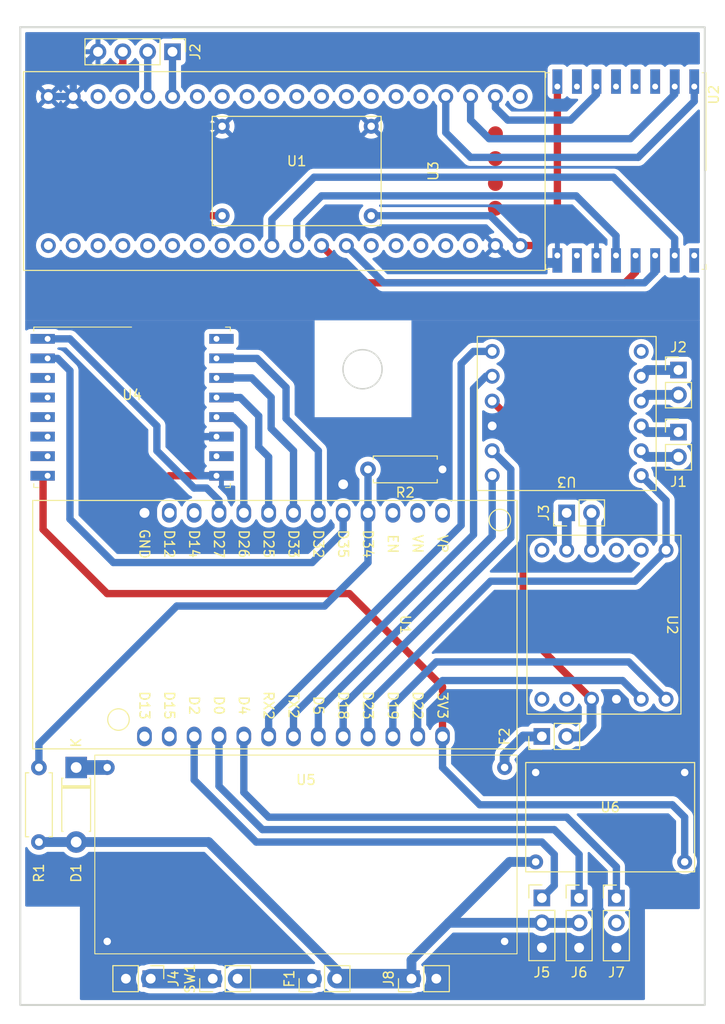
<source format=kicad_pcb>
(kicad_pcb (version 20221018) (generator pcbnew)
  (layers (0 "F.Cu" signal) (31 "B.Cu" signal) (34 "B.Paste" user) (35 "F.Paste" user) (36 "B.SilkS" user "B.Silkscreen") (37 "F.SilkS" user "F.Silkscreen") (38 "B.Mask" user) (39 "F.Mask" user) (44 "Edge.Cuts" user))
  (net 0 "")
  (net 1 "Net-(J3-Pin_1)")
  (net 2 "Net-(J3-Pin_2)")
  (net 3 "/SERVO 1")
  (net 4 "/+BATT SW")
  (net 5 "GND")
  (net 6 "/SERVO 2")
  (net 7 "/ESC")
  (net 8 "+BATT")
  (net 9 "+3V3")
  (net 10 "/M B1")
  (net 11 "/M B2")
  (net 12 "/M C1")
  (net 13 "/M C2")
  (net 14 "/NSS")
  (net 15 "/SCK")
  (net 16 "/MISO")
  (net 17 "/MOSI")
  (net 18 "/INTER")
  (net 19 "/RESET")
  (net 20 "/M A1")
  (net 21 "/M A2")
  (net 23 "+10V")
  (net 25 "Net-(D1-K)")
  (net 26 "Net-(F1-Pad1)")
  (net 27 "Net-(U5-OUT)")
  (net 28 "/SLEEP")
  (net 29 "/TDI")
  (net 30 "/TMS")
  (net 31 "/TCK")
  (net 45 "/TDO")
  (net 47 "Net-(J1-Pin_1)")
  (net 48 "Net-(J1-Pin_2)")
  (net 49 "Net-(J2-Pin_1)")
  (net 50 "Net-(J2-Pin_2)")
  (net 52 "/BAT READ")
  (footprint "Connector_PinHeader_2.54mm:PinHeader_1x03_P2.54mm_Vertical" (layer "F.Cu") (at 181.61 136.525)
    (fp_text reference "J5" (at 0 7.62) (layer "F.SilkS"))
    (fp_text value "Servo")
    (pad "1" thru_hole rect (at 0 0) (size 1.7 1.7) (drill 1) (layers "*.Cu" "*.Mask") (net 3 "/SERVO 1"))
    (pad "2" thru_hole oval (at 0 2.54) (size 1.7 1.7) (drill 1) (layers "*.Cu" "*.Mask") (net 4 "/+BATT SW"))
    (pad "3" thru_hole oval (at 0 5.08) (size 1.7 1.7) (drill 1) (layers "*.Cu" "*.Mask") (net 5 "GND"))
  )
  (footprint "Connector_PinHeader_2.54mm:PinHeader_1x02_P2.54mm_Vertical" (layer "F.Cu") (at 181.605 120.015 90)
    (fp_text reference "F2" (at 0 -3.805 90) (layer "F.SilkS"))
    (fp_text value "Fuse 15A")
    (pad "1" thru_hole rect (at 0 0 90) (size 1.7 1.7) (drill 1) (layers "*.Cu" "*.Mask") (net 27 "Net-(U5-OUT)"))
    (pad "2" thru_hole oval (at 0 2.54 90) (size 1.7 1.7) (drill 1) (layers "*.Cu" "*.Mask") (net 23 "+10V"))
  )
  (footprint "Connector_PinHeader_2.54mm:PinHeader_1x03_P2.54mm_Vertical" (layer "F.Cu") (at 185.42 136.54)
    (fp_text reference "J6" (at 0 7.605) (layer "F.SilkS"))
    (fp_text value "Servo")
    (pad "1" thru_hole rect (at 0 0) (size 1.7 1.7) (drill 1) (layers "*.Cu" "*.Mask") (net 6 "/SERVO 2"))
    (pad "2" thru_hole oval (at 0 2.54) (size 1.7 1.7) (drill 1) (layers "*.Cu" "*.Mask") (net 4 "/+BATT SW"))
    (pad "3" thru_hole oval (at 0 5.08) (size 1.7 1.7) (drill 1) (layers "*.Cu" "*.Mask") (net 5 "GND"))
  )
  (footprint "Diode_THT:D_DO-41_SOD81_P7.62mm_Horizontal" (layer "F.Cu") (at 133.985 123.19 -90)
    (fp_text reference "D1" (at 10.795 0 -90) (layer "F.SilkS"))
    (fp_text value "1N4007")
    (fp_text user "K" (at -2.54 0 -90) (layer "F.SilkS"))
    (pad "1" thru_hole rect (at 0 0 270) (size 2.2 2.2) (drill 1.1) (layers "*.Cu" "*.Mask") (net 25 "Net-(D1-K)"))
    (pad "2" thru_hole oval (at 7.62 0 270) (size 2.2 2.2) (drill 1.1) (layers "*.Cu" "*.Mask") (net 4 "/+BATT SW"))
  )
  (footprint "Connector_PinHeader_2.54mm:PinHeader_1x02_P2.54mm_Vertical" (layer "F.Cu") (at 147.95 144.78 90)
    (fp_text reference "SW1" (at 0 -2.33 90) (layer "F.SilkS"))
    (fp_text value "MAIN_CUTOFF")
    (pad "1" thru_hole rect (at 0 0 90) (size 1.7 1.7) (drill 1) (layers "*.Cu" "*.Mask") (net 8 "+BATT"))
    (pad "2" thru_hole oval (at 0 2.54 90) (size 1.7 1.7) (drill 1) (layers "*.Cu" "*.Mask") (net 26 "Net-(F1-Pad1)"))
  )
  (footprint "Resistor_THT:R_Axial_DIN0207_L6.3mm_D2.5mm_P7.62mm_Horizontal" (layer "F.Cu") (at 171.45 92.71 180)
    (fp_text reference "R2" (at 3.81 -2.37) (layer "F.SilkS"))
    (fp_text value "10k Ohm")
    (pad "1" thru_hole circle (at 0 0 180) (size 1.6 1.6) (drill 0.8) (layers "*.Cu" "*.Mask") (net 5 "GND"))
    (pad "2" thru_hole oval (at 7.62 0 180) (size 1.6 1.6) (drill 0.8) (layers "*.Cu" "*.Mask") (net 52 "/BAT READ"))
  )
  (footprint "Connector_PinHeader_2.54mm:PinHeader_1x02_P2.54mm_Vertical" (layer "F.Cu") (at 184.145 97.155 90)
    (fp_text reference "J3" (at 0 -2.33 90) (layer "F.SilkS"))
    (fp_text value "Motor_C")
    (pad "1" thru_hole rect (at 0 0 90) (size 1.7 1.7) (drill 1) (layers "*.Cu" "*.Mask") (net 1 "Net-(J3-Pin_1)"))
    (pad "2" thru_hole oval (at 0 2.54 90) (size 1.7 1.7) (drill 1) (layers "*.Cu" "*.Mask") (net 2 "Net-(J3-Pin_2)"))
  )
  (footprint "Resistor_THT:R_Axial_DIN0207_L6.3mm_D2.5mm_P7.62mm_Horizontal" (layer "F.Cu") (at 130.175 123.19 -90)
    (fp_text reference "R1" (at 10.795 0 90) (layer "F.SilkS"))
    (fp_text value "150k Ohm")
    (pad "1" thru_hole circle (at 0 0 270) (size 1.6 1.6) (drill 0.8) (layers "*.Cu" "*.Mask") (net 52 "/BAT READ"))
    (pad "2" thru_hole oval (at 7.62 0 270) (size 1.6 1.6) (drill 0.8) (layers "*.Cu" "*.Mask") (net 4 "/+BATT SW"))
  )
  (footprint "My_Library:XL60019 Boost Module" (layer "F.Cu") (at 157.48 132.08)
    (fp_text reference "U5" (at 0 -7.62 unlocked) (layer "F.SilkS"))
    (fp_text value "XL60019_Boost_Module")
    (pad "1" thru_hole circle (at -20.32 8.89) (size 1.524 1.524) (drill 0.762) (layers "*.Cu" "*.Mask") (net 5 "GND"))
    (pad "2" thru_hole circle (at -20.32 -8.89) (size 1.524 1.524) (drill 0.762) (layers "*.Cu" "*.Mask") (net 25 "Net-(D1-K)"))
    (pad "3" thru_hole circle (at 20.32 8.89) (size 1.524 1.524) (drill 0.762) (layers "*.Cu" "*.Mask") (net 5 "GND"))
    (pad "4" thru_hole circle (at 20.32 -8.89) (size 1.524 1.524) (drill 0.762) (layers "*.Cu" "*.Mask") (net 27 "Net-(U5-OUT)"))
  )
  (footprint "My_Library:HOPERF_RFM69HW" (layer "F.Cu") (at 139.7 86.36)
    (fp_text reference "U4" (at 0 -1.27) (layer "F.SilkS"))
    (fp_text value "RFM69HW")
    (pad "1" thru_hole rect (at -8.636 -7) (size 2.5 1) (drill 0.6 (offset -0.508 0)) (layers "*.Cu" "*.Mask") (net 19 "/RESET"))
    (pad "2" thru_hole rect (at -8.636 -5) (size 2.5 1) (drill 0.6 (offset -0.508 0)) (layers "*.Cu" "*.Mask") (net 18 "/INTER"))
    (pad "3" thru_hole rect (at -8.636 -3) (size 2.5 1) (drill 0.6 (offset -0.508 0)) (layers "*.Cu" "*.Mask"))
    (pad "4" thru_hole rect (at -8.636 -1) (size 2.5 1) (drill 0.6 (offset -0.508 0)) (layers "*.Cu" "*.Mask"))
    (pad "5" thru_hole rect (at -8.636 1) (size 2.5 1) (drill 0.6 (offset -0.508 0)) (layers "*.Cu" "*.Mask"))
    (pad "6" thru_hole rect (at -8.636 3) (size 2.5 1) (drill 0.6 (offset -0.508 0)) (layers "*.Cu" "*.Mask"))
    (pad "7" thru_hole rect (at -8.636 5) (size 2.5 1) (drill 0.6 (offset -0.508 0)) (layers "*.Cu" "*.Mask"))
    (pad "8" thru_hole rect (at -8.636 7) (size 2.5 1) (drill 0.6 (offset -0.508 0)) (layers "*.Cu" "*.Mask") (net 9 "+3V3"))
    (pad "9" thru_hole rect (at 8.636 7 180) (size 2.5 1) (drill 0.6 (offset -0.508 0)) (layers "*.Cu" "*.Mask") (net 5 "GND"))
    (pad "10" thru_hole rect (at 8.636 5 180) (size 2.5 1) (drill 0.6 (offset -0.508 0)) (layers "*.Cu" "*.Mask"))
    (pad "11" thru_hole rect (at 8.636 3 180) (size 2.5 1) (drill 0.6 (offset -0.508 0)) (layers "*.Cu" "*.Mask") (net 5 "GND"))
    (pad "12" thru_hole rect (at 8.636 1 180) (size 2.5 1) (drill 0.6 (offset -0.508 0)) (layers "*.Cu" "*.Mask") (net 15 "/SCK"))
    (pad "13" thru_hole rect (at 8.636 -1 180) (size 2.5 1) (drill 0.6 (offset -0.508 0)) (layers "*.Cu" "*.Mask") (net 16 "/MISO"))
    (pad "14" thru_hole rect (at 8.636 -3 180) (size 2.5 1) (drill 0.6 (offset -0.508 0)) (layers "*.Cu" "*.Mask") (net 17 "/MOSI"))
    (pad "15" thru_hole rect (at 8.636 -5 180) (size 2.5 1) (drill 0.6 (offset -0.508 0)) (layers "*.Cu" "*.Mask") (net 14 "/NSS"))
    (pad "16" thru_hole rect (at 8.636 -7 180) (size 2.5 1) (drill 0.6 (offset -0.508 0)) (layers "*.Cu" "*.Mask"))
  )
  (footprint "My_Library:blue_pill" (layer "F.Cu") (at 154 62.202 90)
    (fp_text reference "U3" (at 0 16.51 90) (layer "F.SilkS"))
    (fp_text value "BP")
    (pad "3V3" thru_hole circle (at -7.62 25.4 90) (size 1.524 1.524) (drill 0.9) (layers "*.Cu" "*.Mask") (net 9 "+3V3"))
    (pad "3V3" smd circle (at -3.81 22.86 90) (size 1.524 1.524) (layers "F.Cu" "F.Paste" "F.Mask") (net 9 "+3V3"))
    (pad "3V3" smd circle (at 1.27 -10.16 90) (size 1.524 1.524) (layers "F.Cu" "F.Paste" "F.Mask") (net 9 "+3V3"))
    (pad "3V3" smd circle (at 3.81 -10.16 90) (size 1.524 1.524) (layers "F.Cu" "F.Paste" "F.Mask") (net 9 "+3V3"))
    (pad "3V3" thru_hole circle (at 7.62 -17.78 90) (size 1.524 1.524) (drill 0.9) (layers "*.Cu" "*.Mask") (net 9 "+3V3"))
    (pad "5V" thru_hole circle (at -7.62 20.32 90) (size 1.524 1.524) (drill 0.9) (layers "*.Cu" "*.Mask"))
    (pad "BOOT" smd circle (at 3.81 -12.7 90) (size 1.524 1.524) (layers "F.Cu" "F.Paste" "F.Mask"))
    (pad "G" thru_hole circle (at -7.62 22.86 90) (size 1.524 1.524) (drill 0.9) (layers "*.Cu" "*.Mask") (net 5 "GND"))
    (pad "G" smd circle (at 1.27 -15.24 90) (size 1.524 1.524) (layers "F.Cu" "F.Paste" "F.Mask") (net 5 "GND"))
    (pad "G" smd circle (at 3.81 -15.24 90) (size 1.524 1.524) (layers "F.Cu" "F.Paste" "F.Mask") (net 5 "GND"))
    (pad "G" smd circle (at 3.81 22.86 90) (size 1.524 1.524) (layers "F.Cu" "F.Paste" "F.Mask") (net 5 "GND"))
    (pad "G" thru_hole circle (at 7.62 -22.86 90) (size 1.524 1.524) (drill 0.9) (layers "*.Cu" "*.Mask") (net 5 "GND"))
    (pad "G" thru_hole circle (at 7.62 -20.32 90) (size 1.524 1.524) (drill 0.9) (layers "*.Cu" "*.Mask") (net 5 "GND"))
    (pad "NRST" thru_hole circle (at 7.62 -15.24 90) (size 1.524 1.524) (drill 0.9) (layers "*.Cu" "*.Mask"))
    (pad "PA0" thru_hole circle (at 7.62 15.24 90) (size 1.524 1.524) (drill 0.9) (layers "*.Cu" "*.Mask"))
    (pad "PA1" thru_hole circle (at 7.62 12.7 90) (size 1.524 1.524) (drill 0.9) (layers "*.Cu" "*.Mask"))
    (pad "PA2" thru_hole circle (at 7.62 10.16 90) (size 1.524 1.524) (drill 0.9) (layers "*.Cu" "*.Mask"))
    (pad "PA3" thru_hole circle (at 7.62 7.62 90) (size 1.524 1.524) (drill 0.9) (layers "*.Cu" "*.Mask"))
    (pad "PA4" thru_hole circle (at 7.62 5.08 90) (size 1.524 1.524) (drill 0.9) (layers "*.Cu" "*.Mask"))
    (pad "PA5" thru_hole circle (at 7.62 2.54 90) (size 1.524 1.524) (drill 0.9) (layers "*.Cu" "*.Mask"))
    (pad "PA6" thru_hole circle (at 7.62 0 90) (size 1.524 1.524) (drill 0.9) (layers "*.Cu" "*.Mask"))
    (pad "PA7" thru_hole circle (at 7.62 -2.54 90) (size 1.524 1.524) (drill 0.9) (layers "*.Cu" "*.Mask"))
    (pad "PA8" thru_hole circle (at -7.62 -12.7 90) (size 1.524 1.524) (drill 0.9) (layers "*.Cu" "*.Mask"))
    (pad "PA9" thru_hole circle (at -7.62 -10.16 90) (size 1.524 1.524) (drill 0.9) (layers "*.Cu" "*.Mask"))
    (pad "PA10" thru_hole circle (at -7.62 -7.62 90) (size 1.524 1.524) (drill 0.9) (layers "*.Cu" "*.Mask"))
    (pad "PA11" thru_hole circle (at -7.62 -5.08 90) (size 1.524 1.524) (drill 0.9) (layers "*.Cu" "*.Mask"))
    (pad "PA12" thru_hole circle (at -7.62 -2.54 90) (size 1.524 1.524) (drill 0.9) (layers "*.Cu" "*.Mask"))
    (pad "PA15" thru_hole circle (at -7.62 0 90) (size 1.524 1.524) (drill 0.9) (layers "*.Cu" "*.Mask") (net 14 "/NSS"))
    (pad "PB0" thru_hole circle (at 7.62 -5.08 90) (size 1.524 1.524) (drill 0.9) (layers "*.Cu" "*.Mask"))
    (pad "PB1" thru_hole circle (at 7.62 -7.62 90) (size 1.524 1.524) (drill 0.9) (layers "*.Cu" "*.Mask"))
    (pad "PB2" smd circle (at 1.27 -12.7 90) (size 1.524 1.524) (layers "F.Cu" "F.Paste" "F.Mask"))
    (pad "PB3" thru_hole circle (at -7.62 2.54 90) (size 1.524 1.524) (drill 0.9) (layers "*.Cu" "*.Mask") (net 15 "/SCK"))
    (pad "PB4" thru_hole circle (at -7.62 5.08 90) (size 1.524 1.524) (drill 0.9) (layers "*.Cu" "*.Mask") (net 16 "/MISO"))
    (pad "PB5" thru_hole circle (at -7.62 7.62 90) (size 1.524 1.524) (drill 0.9) (layers "*.Cu" "*.Mask") (net 17 "/MOSI"))
    (pad "PB6" thru_hole circle (at -7.62 10.16 90) (size 1.524 1.524) (drill 0.9) (layers "*.Cu" "*.Mask"))
    (pad "PB7" thru_hole circle (at -7.62 12.7 90) (size 1.524 1.524) (drill 0.9) (layers "*.Cu" "*.Mask"))
    (pad "PB8" thru_hole circle (at -7.62 15.24 90) (size 1.524 1.524) (drill 0.9) (layers "*.Cu" "*.Mask"))
    (pad "PB9" thru_hole circle (at -7.62 17.78 90) (size 1.524 1.524) (drill 0.9) (layers "*.Cu" "*.Mask"))
    (pad "PB10" thru_hole circle (at 7.62 -10.16 90) (size 1.524 1.524) (drill 0.9) (layers "*.Cu" "*.Mask"))
    (pad "PB11" thru_hole circle (at 7.62 -12.7 90) (size 1.524 1.524) (drill 0.9) (layers "*.Cu" "*.Mask"))
    (pad "PB12" thru_hole circle (at -7.62 -22.86 90) (size 1.524 1.524) (drill 0.9) (layers "*.Cu" "*.Mask"))
    (pad "PB13" thru_hole circle (at -7.62 -20.32 90) (size 1.524 1.524) (drill 0.9) (layers "*.Cu" "*.Mask"))
    (pad "PB14" thru_hole circle (at -7.62 -17.78 90) (size 1.524 1.524) (drill 0.9) (layers "*.Cu" "*.Mask"))
    (pad "PB15" thru_hole circle (at -7.62 -15.24 90) (size 1.524 1.524) (drill 0.9) (layers "*.Cu" "*.Mask"))
    (pad "PC13" thru_hole circle (at 7.62 22.86 90) (size 1.524 1.524) (drill 0.9) (layers "*.Cu" "*.Mask"))
    (pad "PC14" thru_hole circle (at 7.62 20.32 90) (size 1.524 1.524) (drill 0.9) (layers "*.Cu" "*.Mask") (net 18 "/INTER"))
    (pad "PC15" thru_hole circle (at 7.62 17.78 90) (size 1.524 1.524) (drill 0.9) (layers "*.Cu" "*.Mask") (net 19 "/RESET"))
    (pad "SCK" smd circle (at 1.27 22.86 90) (size 1.524 1.524) (layers "F.Cu" "F.Paste" "F.Mask"))
    (pad "SWO" smd circle (at -1.27 22.86 90) (size 1.524 1.524) (layers "F.Cu" "F.Paste" "F.Mask"))
    (pad "VBAT" thru_hole circle (at 7.62 25.4 90) (size 1.524 1.524) (drill 0.9) (layers "*.Cu" "*.Mask"))
  )
  (footprint "Connector_PinHeader_2.54mm:PinHeader_1x02_P2.54mm_Vertical" (layer "F.Cu") (at 195.58 82.55)
    (fp_text reference "J2" (at 0 -2.33) (layer "F.SilkS"))
    (fp_text value "Motor_B")
    (pad "1" thru_hole rect (at 0 0) (size 1.7 1.7) (drill 1) (layers "*.Cu" "*.Mask") (net 49 "Net-(J2-Pin_1)"))
    (pad "2" thru_hole oval (at 0 2.54) (size 1.7 1.7) (drill 1) (layers "*.Cu" "*.Mask") (net 50 "Net-(J2-Pin_2)"))
  )
  (footprint "Connector_PinHeader_2.54mm:PinHeader_1x02_P2.54mm_Vertical" (layer "F.Cu") (at 195.58 88.895)
    (fp_text reference "J1" (at 0 5.085) (layer "F.SilkS"))
    (fp_text value "Motor_A")
    (pad "1" thru_hole rect (at 0 0) (size 1.7 1.7) (drill 1) (layers "*.Cu" "*.Mask") (net 47 "Net-(J1-Pin_1)"))
    (pad "2" thru_hole oval (at 0 2.54) (size 1.7 1.7) (drill 1) (layers "*.Cu" "*.Mask") (net 48 "Net-(J1-Pin_2)"))
  )
  (footprint "My_Library:HOPERF_RFM69HW" (layer "F.Cu") (at 190.195 62.202 -90)
    (fp_text reference "U2" (at -7.8 -9 90) (layer "F.SilkS"))
    (fp_text value "RFM69HW")
    (pad "1" thru_hole rect (at -8.636 -7 270) (size 2.5 1) (drill 0.6 (offset -0.508 0)) (layers "*.Cu" "*.Mask") (net 19 "/RESET"))
    (pad "2" thru_hole rect (at -8.636 -5 270) (size 2.5 1) (drill 0.6 (offset -0.508 0)) (layers "*.Cu" "*.Mask") (net 18 "/INTER"))
    (pad "3" thru_hole rect (at -8.636 -3 270) (size 2.5 1) (drill 0.6 (offset -0.508 0)) (layers "*.Cu" "*.Mask"))
    (pad "4" thru_hole rect (at -8.636 -1 270) (size 2.5 1) (drill 0.6 (offset -0.508 0)) (layers "*.Cu" "*.Mask"))
    (pad "5" thru_hole rect (at -8.636 1 270) (size 2.5 1) (drill 0.6 (offset -0.508 0)) (layers "*.Cu" "*.Mask"))
    (pad "6" thru_hole rect (at -8.636 3 270) (size 2.5 1) (drill 0.6 (offset -0.508 0)) (layers "*.Cu" "*.Mask"))
    (pad "7" thru_hole rect (at -8.636 5 270) (size 2.5 1) (drill 0.6 (offset -0.508 0)) (layers "*.Cu" "*.Mask"))
    (pad "8" thru_hole rect (at -8.636 7 270) (size 2.5 1) (drill 0.6 (offset -0.508 0)) (layers "*.Cu" "*.Mask") (net 9 "+3V3"))
    (pad "9" thru_hole rect (at 8.636 7 90) (size 2.5 1) (drill 0.6 (offset -0.508 0)) (layers "*.Cu" "*.Mask") (net 5 "GND"))
    (pad "10" thru_hole rect (at 8.636 5 90) (size 2.5 1) (drill 0.6 (offset -0.508 0)) (layers "*.Cu" "*.Mask"))
    (pad "11" thru_hole rect (at 8.636 3 90) (size 2.5 1) (drill 0.6 (offset -0.508 0)) (layers "*.Cu" "*.Mask") (net 5 "GND"))
    (pad "12" thru_hole rect (at 8.636 1 90) (size 2.5 1) (drill 0.6 (offset -0.508 0)) (layers "*.Cu" "*.Mask") (net 15 "/SCK"))
    (pad "13" thru_hole rect (at 8.636 -1 90) (size 2.5 1) (drill 0.6 (offset -0.508 0)) (layers "*.Cu" "*.Mask") (net 16 "/MISO"))
    (pad "14" thru_hole rect (at 8.636 -3 90) (size 2.5 1) (drill 0.6 (offset -0.508 0)) (layers "*.Cu" "*.Mask") (net 17 "/MOSI"))
    (pad "15" thru_hole rect (at 8.636 -5 90) (size 2.5 1) (drill 0.6 (offset -0.508 0)) (layers "*.Cu" "*.Mask") (net 14 "/NSS"))
    (pad "16" thru_hole rect (at 8.636 -7 90) (size 2.5 1) (drill 0.6 (offset -0.508 0)) (layers "*.Cu" "*.Mask"))
  )
  (footprint "My_Library:HW-627" (layer "F.Cu") (at 189.23 108.585 -90)
    (fp_text reference "U2" (at 0 -5.715 -90 unlocked) (layer "F.SilkS"))
    (fp_text value "~")
    (pad "1" thru_hole circle (at -7.62 -5.08 270) (size 1.524 1.524) (drill 0.9) (layers "*.Cu" "*.Mask") (net 28 "/SLEEP"))
    (pad "2" thru_hole circle (at -7.62 -2.54 270) (size 1.524 1.524) (drill 0.9) (layers "*.Cu" "*.Mask"))
    (pad "3" thru_hole circle (at -7.62 0 270) (size 1.524 1.524) (drill 0.9) (layers "*.Cu" "*.Mask"))
    (pad "4" thru_hole circle (at -7.62 2.54 270) (size 1.524 1.524) (drill 0.9) (layers "*.Cu" "*.Mask") (net 2 "Net-(J3-Pin_2)"))
    (pad "5" thru_hole circle (at -7.62 5.08 270) (size 1.524 1.524) (drill 0.9) (layers "*.Cu" "*.Mask") (net 1 "Net-(J3-Pin_1)"))
    (pad "6" thru_hole circle (at -7.62 7.62 270) (size 1.524 1.524) (drill 0.9) (layers "*.Cu" "*.Mask"))
    (pad "7" thru_hole circle (at 7.62 7.62 270) (size 1.524 1.524) (drill 0.9) (layers "*.Cu" "*.Mask"))
    (pad "8" thru_hole circle (at 7.62 5.08 270) (size 1.524 1.524) (drill 0.9) (layers "*.Cu" "*.Mask"))
    (pad "9" thru_hole circle (at 7.62 2.54 270) (size 1.524 1.524) (drill 0.9) (layers "*.Cu" "*.Mask") (net 23 "+10V"))
    (pad "10" thru_hole circle (at 7.62 0 270) (size 1.524 1.524) (drill 0.9) (layers "*.Cu" "*.Mask") (net 5 "GND"))
    (pad "11" thru_hole circle (at 7.62 -2.54 270) (size 1.524 1.524) (drill 0.9) (layers "*.Cu" "*.Mask") (net 12 "/M C1"))
    (pad "12" thru_hole circle (at 7.62 -5.08 270) (size 1.524 1.524) (drill 0.9) (layers "*.Cu" "*.Mask") (net 13 "/M C2"))
  )
  (footprint "Connector_PinHeader_2.54mm:PinHeader_1x03_P2.54mm_Vertical" (layer "F.Cu") (at 189.23 136.54)
    (fp_text reference "J7" (at 0 7.605) (layer "F.SilkS"))
    (fp_text value "ESC")
    (pad "1" thru_hole rect (at 0 0) (size 1.7 1.7) (drill 1) (layers "*.Cu" "*.Mask") (net 7 "/ESC"))
    (pad "2" thru_hole oval (at 0 2.54) (size 1.7 1.7) (drill 1) (layers "*.Cu" "*.Mask"))
    (pad "3" thru_hole oval (at 0 5.08) (size 1.7 1.7) (drill 1) (layers "*.Cu" "*.Mask") (net 5 "GND"))
  )
  (footprint "My_Library:HW-627" (layer "F.Cu") (at 184.15 88.265 180)
    (fp_text reference "U3" (at 0 -5.715 180 unlocked) (layer "F.SilkS"))
    (fp_text value "~")
    (pad "1" thru_hole circle (at -7.62 -5.08 180) (size 1.524 1.524) (drill 0.9) (layers "*.Cu" "*.Mask") (net 28 "/SLEEP"))
    (pad "2" thru_hole circle (at -7.62 -2.54 180) (size 1.524 1.524) (drill 0.9) (layers "*.Cu" "*.Mask") (net 48 "Net-(J1-Pin_2)"))
    (pad "3" thru_hole circle (at -7.62 0 180) (size 1.524 1.524) (drill 0.9) (layers "*.Cu" "*.Mask") (net 47 "Net-(J1-Pin_1)"))
    (pad "4" thru_hole circle (at -7.62 2.54 180) (size 1.524 1.524) (drill 0.9) (layers "*.Cu" "*.Mask") (net 50 "Net-(J2-Pin_2)"))
    (pad "5" thru_hole circle (at -7.62 5.08 180) (size 1.524 1.524) (drill 0.9) (layers "*.Cu" "*.Mask") (net 49 "Net-(J2-Pin_1)"))
    (pad "6" thru_hole circle (at -7.62 7.62 180) (size 1.524 1.524) (drill 0.9) (layers "*.Cu" "*.Mask"))
    (pad "7" thru_hole circle (at 7.62 7.62 180) (size 1.524 1.524) (drill 0.9) (layers "*.Cu" "*.Mask") (net 20 "/M A1"))
    (pad "8" thru_hole circle (at 7.62 5.08 180) (size 1.524 1.524) (drill 0.9) (layers "*.Cu" "*.Mask") (net 21 "/M A2"))
    (pad "9" thru_hole circle (at 7.62 2.54 180) (size 1.524 1.524) (drill 0.9) (layers "*.Cu" "*.Mask") (net 23 "+10V"))
    (pad "10" thru_hole circle (at 7.62 0 180) (size 1.524 1.524) (drill 0.9) (layers "*.Cu" "*.Mask") (net 5 "GND"))
    (pad "11" thru_hole circle (at 7.62 -2.54 180) (size 1.524 1.524) (drill 0.9) (layers "*.Cu" "*.Mask") (net 10 "/M B1"))
    (pad "12" thru_hole circle (at 7.62 -5.08 180) (size 1.524 1.524) (drill 0.9) (layers "*.Cu" "*.Mask") (net 11 "/M B2"))
  )
  (footprint "Connector_PinHeader_2.54mm:PinHeader_1x02_P2.54mm_Vertical" (layer "F.Cu") (at 168.275 144.78 90)
    (fp_text reference "J8" (at 0 -2.33 90) (layer "F.SilkS"))
    (fp_text value "ESC_PWR")
    (pad "1" thru_hole rect (at 0 0 90) (size 1.7 1.7) (drill 1) (layers "*.Cu" "*.Mask") (net 4 "/+BATT SW"))
    (pad "2" thru_hole oval (at 0 2.54 90) (size 1.7 1.7) (drill 1) (layers "*.Cu" "*.Mask") (net 5 "GND"))
  )
  (footprint "Connector_PinHeader_2.54mm:PinHeader_1x02_P2.54mm_Vertical" (layer "F.Cu") (at 158.115 144.78 90)
    (fp_text reference "F1" (at 0 -2.33 90) (layer "F.SilkS"))
    (fp_text value "Fuse 15A")
    (pad "1" thru_hole rect (at 0 0 90) (size 1.7 1.7) (drill 1) (layers "*.Cu" "*.Mask") (net 26 "Net-(F1-Pad1)"))
    (pad "2" thru_hole oval (at 0 2.54 90) (size 1.7 1.7) (drill 1) (layers "*.Cu" "*.Mask") (net 4 "/+BATT SW"))
  )
  (footprint "Espressif:ESP32-LOLIN32-Lite" (layer "F.Cu") (at 154.94 108.585 -90)
    (fp_text reference "U1" (at 0 -12.7 -90 unlocked) (layer "F.SilkS"))
    (fp_text value "ESP32-LOLIN32-Lite")
    (fp_text user "D15" (at 8.255 11.43 -90 unlocked) (layer "F.SilkS"))
    (fp_text user "D0" (at 8.255 6.35 -90 unlocked) (layer "F.SilkS"))
    (fp_text user "TX2" (at 8.255 -1.27 -90 unlocked) (layer "F.SilkS"))
    (fp_text user "D2" (at 8.255 8.89 -90 unlocked) (layer "F.SilkS"))
    (fp_text user "D5" (at 8.255 -3.81 -90 unlocked) (layer "F.SilkS"))
    (fp_text user "VN" (at -8.255 -13.97 -90 unlocked) (layer "F.SilkS"))
    (fp_text user "3V3" (at 8.255 -16.51 -90 unlocked) (layer "F.SilkS"))
    (fp_text user "RX2" (at 8.255 1.27 -90 unlocked) (layer "F.SilkS"))
    (fp_text user "D23" (at 8.255 -8.89 -90 unlocked) (layer "F.SilkS"))
    (fp_text user "D4" (at 8.255 3.81 -90 unlocked) (layer "F.SilkS"))
    (fp_text user "D13" (at 8.255 13.97 -90 unlocked) (layer "F.SilkS"))
    (fp_text user "D22" (at 8.255 -13.97 -90 unlocked) (layer "F.SilkS"))
    (fp_text user "GND" (at -8.255 13.97 -90 unlocked) (layer "F.SilkS"))
    (fp_text user "D26" (at -8.255 3.81 -90 unlocked) (layer "F.SilkS"))
    (fp_text user "D19" (at 8.255 -11.43 -90 unlocked) (layer "F.SilkS"))
    (fp_text user "D27" (at -8.255 6.35 -90 unlocked) (layer "F.SilkS"))
    (fp_text user "D25" (at -8.255 1.27 -90 unlocked) (layer "F.SilkS"))
    (fp_text user "D34" (at -8.255 -8.89 -90 unlocked) (layer "F.SilkS"))
    (fp_text user "VP" (at -8.255 -16.51 -90 unlocked) (layer "F.SilkS"))
    (fp_text user "EN" (at -8.255 -11.43 -90 unlocked) (layer "F.SilkS"))
    (fp_text user "D35" (at -8.255 -6.35 -90 unlocked) (layer "F.SilkS"))
    (fp_text user "D14" (at -8.255 8.89 -90 unlocked) (layer "F.SilkS"))
    (fp_text user "D33" (at -8.255 -1.27 -90 unlocked) (layer "F.SilkS"))
    (fp_text user "D18" (at 8.255 -6.35 -90 unlocked) (layer "F.SilkS"))
    (fp_text user "D32" (at -8.255 -3.81 -90 unlocked) (layer "F.SilkS"))
    (fp_text user "D12" (at -8.255 11.43 -90 unlocked) (layer "F.SilkS"))
    (pad "5" thru_hole oval (at -11.43 -16.51 270) (size 2 1.5) (drill 1.02) (layers "*.Cu" "*.Mask"))
    (pad "8" thru_hole oval (at -11.43 -13.97 270) (size 2 1.5) (drill 1.02) (layers "*.Cu" "*.Mask"))
    (pad "9" thru_hole oval (at -11.43 -11.43 270) (size 2 1.5) (drill 1.02) (layers "*.Cu" "*.Mask"))
    (pad "10" thru_hole oval (at -11.43 -8.89 270) (size 2 1.5) (drill 1.02) (layers "*.Cu" "*.Mask") (net 52 "/BAT READ"))
    (pad "11" thru_hole oval (at -11.43 -6.35 270) (size 2 1.5) (drill 1.02) (layers "*.Cu" "*.Mask") (net 18 "/INTER"))
    (pad "12" thru_hole oval (at -11.43 -3.81 270) (size 2 1.5) (drill 1.02) (layers "*.Cu" "*.Mask") (net 14 "/NSS"))
    (pad "13" thru_hole oval (at -11.43 -1.27 270) (size 2 1.5) (drill 1.02) (layers "*.Cu" "*.Mask") (net 17 "/MOSI"))
    (pad "14" thru_hole oval (at -11.43 1.27 270) (size 2 1.5) (drill 1.02) (layers "*.Cu" "*.Mask") (net 16 "/MISO"))
    (pad "15" thru_hole oval (at -11.43 3.81 270) (size 2 1.5) (drill 1.02) (layers "*.Cu" "*.Mask") (net 15 "/SCK"))
    (pad "16" thru_hole oval (at -11.43 6.35 270) (size 2 1.5) (drill 1.02) (layers "*.Cu" "*.Mask") (net 19 "/RESET"))
    (pad "17" thru_hole oval (at -11.43 8.89 270) (size 2 1.5) (drill 1.02) (layers "*.Cu" "*.Mask") (net 30 "/TMS"))
    (pad "18" thru_hole oval (at -11.43 11.43 270) (size 2 1.5) (drill 1.02) (layers "*.Cu" "*.Mask") (net 29 "/TDI"))
    (pad "19" thru_hole oval (at -11.43 13.97 270) (size 2 1.5) (drill 1.02) (layers "*.Cu" "*.Mask") (net 5 "GND"))
    (pad "20" thru_hole oval (at 11.43 13.97 270) (size 2 1.5) (drill 1.02) (layers "*.Cu" "*.Mask") (net 31 "/TCK"))
    (pad "21" thru_hole oval (at 11.43 11.43 270) (size 2 1.5) (drill 1.02) (layers "*.Cu" "*.Mask") (net 45 "/TDO"))
    (pad "22" thru_hole oval (at 11.43 8.89 270) (size 2 1.5) (drill 1.02) (layers "*.Cu" "*.Mask") (net 3 "/SERVO 1"))
    (pad "23" thru_hole oval (at 11.43 6.35 270) (size 2 1.5) (drill 1.02) (layers "*.Cu" "*.Mask") (net 6 "/SERVO 2"))
    (pad "24" thru_hole oval (at 11.43 3.81 270) (size 2 1.5) (drill 1.02) (layers "*.Cu" "*.Mask") (net 7 "/ESC"))
    (pad "25" thru_hole oval (at 11.43 1.27 270) (size 2 1.5) (drill 1.02) (layers "*.Cu" "*.Mask") (net 20 "/M A1"))
    (pad "27" thru_hole oval (at 11.43 -1.27 270) (size 2 1.5) (drill 1.02) (layers "*.Cu" "*.Mask") (net 21 "/M A2"))
    (pad "34" thru_hole oval (at 11.43 -3.81 270) (size 2 1.5) (drill 1.02) (layers "*.Cu" "*.Mask") (net 11 "/M B2"))
    (pad "35" thru_hole oval (at 11.43 -6.35 270) (size 2 1.5) (drill 1.02) (layers "*.Cu" "*.Mask") (net 10 "/M B1"))
    (pad "36" thru_hole oval (at 11.43 -8.89 270) (size 2 1.5) (drill 1.02) (layers "*.Cu" "*.Mask") (net 28 "/SLEEP"))
    (pad "38" thru_hole oval (at 11.43 -11.43 270) (size 2 1.5) (drill 1.02) (layers "*.Cu" "*.Mask") (net 13 "/M C2"))
    (pad "39" thru_hole oval (at 11.43 -13.97 270) (size 2 1.5) (drill 1.02) (layers "*.Cu" "*.Mask") (net 12 "/M C1"))
    (pad "40" thru_hole oval (at 11.43 -16.51 270) (size 2 1.5) (drill 1.02) (layers "*.Cu" "*.Mask") (net 9 "+3V3"))
  )
  (footprint "My_Library:Mini360" (layer "F.Cu") (at 156.535 62.202)
    (fp_text reference "U1" (at 0 -1.008 unlocked) (layer "F.SilkS"))
    (fp_text value "Mini360")
    (pad "1" thru_hole circle (at -7.62 -4.572) (size 1.524 1.524) (drill 0.762) (layers "*.Cu" "*.Mask") (net 5 "GND"))
    (pad "2" thru_hole circle (at -7.62 4.572) (size 1.524 1.524) (drill 0.762) (layers "*.Cu" "*.Mask") (net 8 "+BATT"))
    (pad "3" thru_hole circle (at 7.62 -4.572) (size 1.524 1.524) (drill 0.762) (layers "*.Cu" "*.Mask") (net 5 "GND"))
    (pad "4" thru_hole circle (at 7.62 4.572) (size 1.524 1.524) (drill 0.762) (layers "*.Cu" "*.Mask") (net 9 "+3V3"))
  )
  (footprint "Connector_PinHeader_2.54mm:PinHeader_1x02_P2.54mm_Vertical" (layer "F.Cu") (at 141.61 144.78 -90)
    (fp_text reference "J4" (at 0 -2.33 -270) (layer "F.SilkS"))
    (fp_text value "BATT_IN")
    (pad "1" thru_hole rect (at 0 0 270) (size 1.7 1.7) (drill 1) (layers "*.Cu" "*.Mask") (net 8 "+BATT"))
    (pad "2" thru_hole oval (at 0 2.54 270) (size 1.7 1.7) (drill 1) (layers "*.Cu" "*.Mask") (net 5 "GND"))
  )
  (footprint "Connector_PinHeader_2.54mm:PinHeader_1x04_P2.54mm_Vertical" (layer "F.Cu") (at 143.835 50.01 -90)
    (fp_text reference "J2" (at 0 -2.33 90) (layer "F.SilkS"))
    (fp_text value "Remote Umbilical")
    (pad "1" thru_hole rect (at 0 0 270) (size 1.7 1.7) (drill 1) (layers "*.Cu" "*.Mask"))
    (pad "2" thru_hole oval (at 0 2.54 270) (size 1.7 1.7) (drill 1) (layers "*.Cu" "*.Mask"))
    (pad "3" thru_hole oval (at 0 5.08 270) (size 1.7 1.7) (drill 1) (layers "*.Cu" "*.Mask") (net 8 "+BATT"))
    (pad "4" thru_hole oval (at 0 7.62 270) (size 1.7 1.7) (drill 1) (layers "*.Cu" "*.Mask") (net 5 "GND"))
  )
  (footprint "My_Library:Mini360" (layer "F.Cu") (at 188.595 128.27)
    (fp_text reference "U6" (at 0 -1.008 unlocked) (layer "F.SilkS"))
    (fp_text value "Mini360")
    (pad "1" thru_hole circle (at -7.62 -4.572) (size 1.524 1.524) (drill 0.762) (layers "*.Cu" "*.Mask") (net 5 "GND"))
    (pad "2" thru_hole circle (at -7.62 4.572) (size 1.524 1.524) (drill 0.762) (layers "*.Cu" "*.Mask") (net 4 "/+BATT SW"))
    (pad "3" thru_hole circle (at 7.62 -4.572) (size 1.524 1.524) (drill 0.762) (layers "*.Cu" "*.Mask") (net 5 "GND"))
    (pad "4" thru_hole circle (at 7.62 4.572) (size 1.524 1.524) (drill 0.762) (layers "*.Cu" "*.Mask") (net 9 "+3V3"))
  )
  (gr_rect (start 128.27 47.498) (end 198.27 147.47) (stroke (width 0.2)) (fill none) (layer "Edge.Cuts"))
  (gr_circle (center 163.27 82.47) (end 165.27 82.47) (stroke (width 0.15)) (fill none) (layer "Edge.Cuts"))
  (segment (start 143.835 54.577) (end 143.84 54.582) (width 0.75) (layer "B.Cu") (net 0))
  (segment (start 169.25 54.572) (end 169.24 54.582) (width 0.75) (layer "B.Cu") (net 0))
  (segment (start 178.125 56.995) (end 176.86 55.73) (width 0.75) (layer "B.Cu") (net 0))
  (segment (start 141.3 50.015) (end 141.295 50.01) (width 0.75) (layer "B.Cu") (net 0))
  (segment (start 187.195 54.352) (end 184.552 56.995) (width 0.75) (layer "B.Cu") (net 0))
  (segment (start 176.86 55.73) (end 176.86 54.582) (width 0.75) (layer "B.Cu") (net 0))
  (segment (start 143.835 50.01) (end 143.835 54.577) (width 0.75) (layer "B.Cu") (net 0))
  (segment (start 184.552 56.995) (end 178.125 56.995) (width 0.75) (layer "B.Cu") (net 0))
  (segment (start 141.3 54.582) (end 141.3 50.015) (width 0.75) (layer "B.Cu") (net 0))
  (segment (start 187.195 53.102) (end 187.195 54.352) (width 0.75) (layer "B.Cu") (net 0))
  (segment (start 184.15 97.16) (end 184.15 100.965) (width 1) (layer "B.Cu") (net 1))
  (segment (start 184.145 97.155) (end 184.15 97.16) (width 0.75) (layer "B.Cu") (net 1))
  (segment (start 186.69 100.965) (end 186.69 97.16) (width 1) (layer "B.Cu") (net 2))
  (segment (start 186.69 97.16) (end 186.685 97.155) (width 0.75) (layer "B.Cu") (net 2))
  (segment (start 146.05 124.46) (end 146.05 120.015) (width 0.75) (layer "B.Cu") (net 3))
  (segment (start 182.88 135.255) (end 182.88 132.08) (width 0.75) (layer "B.Cu") (net 3))
  (segment (start 181.61 136.525) (end 182.88 135.255) (width 0.75) (layer "B.Cu") (net 3))
  (segment (start 181.61 130.81) (end 152.4 130.81) (width 0.75) (layer "B.Cu") (net 3))
  (segment (start 152.4 130.81) (end 146.05 124.46) (width 0.75) (layer "B.Cu") (net 3))
  (segment (start 182.88 132.08) (end 181.61 130.81) (width 0.75) (layer "B.Cu") (net 3))
  (segment (start 185.42 139.08) (end 181.625 139.08) (width 1) (layer "B.Cu") (net 4))
  (segment (start 130.175 130.81) (end 133.985 130.81) (width 1) (layer "B.Cu") (net 4))
  (segment (start 147.530344 130.81) (end 160.655 143.934656) (width 1) (layer "B.Cu") (net 4))
  (segment (start 178.308 132.842) (end 172.085 139.065) (width 1) (layer "B.Cu") (net 4))
  (segment (start 133.985 130.81) (end 147.530344 130.81) (width 1) (layer "B.Cu") (net 4))
  (segment (start 160.655 143.934656) (end 160.655 144.78) (width 1) (layer "B.Cu") (net 4))
  (segment (start 181.61 139.065) (end 172.085 139.065) (width 1) (layer "B.Cu") (net 4))
  (segment (start 181.625 139.08) (end 181.61 139.065) (width 1) (layer "B.Cu") (net 4))
  (segment (start 160.655 144.78) (end 168.275 144.78) (width 2) (layer "B.Cu") (net 4))
  (segment (start 172.085 139.065) (end 168.275 142.875) (width 1) (layer "B.Cu") (net 4))
  (segment (start 185.405 139.065) (end 185.42 139.08) (width 1) (layer "B.Cu") (net 4))
  (segment (start 168.275 142.875) (end 168.275 144.78) (width 1) (layer "B.Cu") (net 4))
  (segment (start 180.975 132.842) (end 178.308 132.842) (width 1) (layer "B.Cu") (net 4))
  (segment (start 143.495 93.36) (end 140.97 95.885) (width 0.75) (layer "F.Cu") (net 5))
  (segment (start 140.97 95.885) (end 140.97 97.155) (width 0.75) (layer "F.Cu") (net 5))
  (segment (start 148.8 93.36) (end 143.495 93.36) (width 0.75) (layer "F.Cu") (net 5))
  (via (at 161.29 94.234) (size 2) (drill 1) (layers "F.Cu" "B.Cu") (net 5))
  (segment (start 137.16 140.97) (end 137.16 142.87) (width 1) (layer "B.Cu") (net 5))
  (segment (start 148.8 93.36) (end 146.7 93.36) (width 0.75) (layer "B.Cu") (net 5))
  (segment (start 178.765 71.727) (end 176.86 69.822) (width 0.75) (layer "B.Cu") (net 5))
  (segment (start 185.42 141.62) (end 181.625 141.62) (width 1) (layer "B.Cu") (net 5))
  (segment (start 181.61 141.605) (end 177.165 141.605) (width 1) (layer "B.Cu") (net 5))
  (segment (start 189.23 141.62) (end 185.42 141.62) (width 1) (layer "B.Cu") (net 5))
  (segment (start 177.165 141.605) (end 177.8 140.97) (width 1) (layer "B.Cu") (net 5))
  (segment (start 133.68 54.582) (end 133.68 52.545) (width 0.75) (layer "B.Cu") (net 5))
  (segment (start 183.195 71.302) (end 182.77 71.727) (width 0.75) (layer "B.Cu") (net 5))
  (segment (start 181.625 141.62) (end 181.61 141.605) (width 1) (layer "B.Cu") (net 5))
  (segment (start 170.815 144.78) (end 173.99 144.78) (width 1) (layer "B.Cu") (net 5))
  (segment (start 145.415 90.805) (end 146.86 89.36) (width 0.75) (layer "B.Cu") (net 5))
  (segment (start 146.7 93.36) (end 145.415 92.075) (width 0.75) (layer "B.Cu") (net 5))
  (segment (start 182.77 71.727) (end 178.765 71.727) (width 0.75) (layer "B.Cu") (net 5))
  (segment (start 146.86 89.36) (end 148.8 89.36) (width 0.75) (layer "B.Cu") (net 5))
  (segment (start 145.415 92.075) (end 145.415 90.805) (width 0.75) (layer "B.Cu") (net 5))
  (segment (start 196.215 123.698) (end 189.23 123.698) (width 0.75) (layer "B.Cu") (net 5))
  (segment (start 173.99 144.78) (end 177.8 140.97) (width 1) (layer "B.Cu") (net 5))
  (segment (start 148.915 57.63) (end 136.728 57.63) (width 0.75) (layer "B.Cu") (net 5))
  (segment (start 131.14 54.582) (end 133.68 54.582) (width 0.75) (layer "B.Cu") (net 5))
  (segment (start 133.68 52.545) (end 136.215 50.01) (width 0.75) (layer "B.Cu") (net 5))
  (segment (start 137.16 142.87) (end 139.07 144.78) (width 1) (layer "B.Cu") (net 5))
  (segment (start 189.23 123.698) (end 180.975 123.698) (width 0.75) (layer "B.Cu") (net 5))
  (segment (start 136.728 57.63) (end 133.68 54.582) (width 0.75) (layer "B.Cu") (net 5))
  (segment (start 185.42 136.54) (end 185.42 132.08) (width 0.75) (layer "B.Cu") (net 6))
  (segment (start 182.88 129.54) (end 153.035 129.54) (width 0.75) (layer "B.Cu") (net 6))
  (segment (start 153.035 129.54) (end 148.59 125.095) (width 0.75) (layer "B.Cu") (net 6))
  (segment (start 148.59 125.095) (end 148.59 120.015) (width 0.75) (layer "B.Cu") (net 6))
  (segment (start 185.42 132.08) (end 182.88 129.54) (width 0.75) (layer "B.Cu") (net 6))
  (segment (start 151.13 125.73) (end 151.13 120.015) (width 0.75) (layer "B.Cu") (net 7))
  (segment (start 153.67 128.27) (end 151.13 125.73) (width 0.75) (layer "B.Cu") (net 7))
  (segment (start 189.23 133.35) (end 184.15 128.27) (width 0.75) (layer "B.Cu") (net 7))
  (segment (start 184.15 128.27) (end 153.67 128.27) (width 0.75) (layer "B.Cu") (net 7))
  (segment (start 189.23 136.54) (end 189.23 133.35) (width 0.75) (layer "B.Cu") (net 7))
  (segment (start 138.755 51.28) (end 138.755 50.01) (width 0.75) (layer "F.Cu") (net 8))
  (segment (start 129.23 58.265) (end 129.23 53.82) (width 0.75) (layer "F.Cu") (net 8))
  (segment (start 130.5 52.55) (end 137.485 52.55) (width 0.75) (layer "F.Cu") (net 8))
  (segment (start 137.485 52.55) (end 138.755 51.28) (width 0.75) (layer "F.Cu") (net 8))
  (segment (start 137.739 66.774) (end 129.23 58.265) (width 0.75) (layer "F.Cu") (net 8))
  (segment (start 129.23 53.82) (end 130.5 52.55) (width 0.75) (layer "F.Cu") (net 8))
  (segment (start 148.915 66.774) (end 137.739 66.774) (width 0.75) (layer "F.Cu") (net 8))
  (segment (start 141.61 144.78) (end 147.95 144.78) (width 2) (layer "B.Cu") (net 8))
  (segment (start 130.6 98.85) (end 130.6 93.36) (width 0.75) (layer "F.Cu") (net 9))
  (segment (start 161.925 105.41) (end 137.16 105.41) (width 0.75) (layer "F.Cu") (net 9))
  (segment (start 183.21 67.282) (end 183.195 67.267) (width 0.75) (layer "F.Cu") (net 9))
  (segment (start 181.305 69.822) (end 183.21 67.917) (width 0.75) (layer "F.Cu") (net 9))
  (segment (start 179.4 69.822) (end 181.305 69.822) (width 0.75) (layer "F.Cu") (net 9))
  (segment (start 171.45 120.015) (end 171.45 114.935) (width 0.75) (layer "F.Cu") (net 9))
  (segment (start 137.16 105.41) (end 130.6 98.85) (width 0.75) (layer "F.Cu") (net 9))
  (segment (start 183.195 67.267) (end 183.195 53.102) (width 0.75) (layer "F.Cu") (net 9))
  (segment (start 183.21 67.917) (end 183.21 67.282) (width 0.75) (layer "F.Cu") (net 9))
  (segment (start 171.45 114.935) (end 161.925 105.41) (width 0.75) (layer "F.Cu") (net 9))
  (segment (start 196.215 132.842) (end 196.215 128.27) (width 0.75) (layer "B.Cu") (net 9))
  (segment (start 176.352 66.774) (end 179.4 69.822) (width 0.75) (layer "B.Cu") (net 9))
  (segment (start 194.945 127) (end 175.26 127) (width 0.75) (layer "B.Cu") (net 9))
  (segment (start 196.215 128.27) (end 194.945 127) (width 0.75) (layer "B.Cu") (net 9))
  (segment (start 175.26 127) (end 171.45 123.19) (width 0.75) (layer "B.Cu") (net 9))
  (segment (start 164.155 66.774) (end 176.352 66.774) (width 0.75) (layer "B.Cu") (net 9))
  (segment (start 171.45 123.19) (end 171.45 120.015) (width 0.75) (layer "B.Cu") (net 9))
  (segment (start 178.435 99.695) (end 178.435 92.71) (width 0.75) (layer "B.Cu") (net 10))
  (segment (start 161.29 120.015) (end 161.29 116.84) (width 0.75) (layer "B.Cu") (net 10))
  (segment (start 161.29 116.84) (end 178.435 99.695) (width 0.75) (layer "B.Cu") (net 10))
  (segment (start 178.435 92.71) (end 176.53 90.805) (width 0.75) (layer "B.Cu") (net 10))
  (segment (start 158.75 117.31625) (end 176.53 99.53625) (width 0.75) (layer "B.Cu") (net 11))
  (segment (start 176.53 99.53625) (end 176.53 93.345) (width 0.75) (layer "B.Cu") (net 11))
  (segment (start 158.75 120.015) (end 158.75 117.31625) (width 0.75) (layer "B.Cu") (net 11))
  (segment (start 191.77 116.205) (end 189.865 114.3) (width 0.75) (layer "B.Cu") (net 12))
  (segment (start 189.865 114.3) (end 171.45 114.3) (width 0.75) (layer "B.Cu") (net 12))
  (segment (start 168.91 116.84) (end 168.91 120.015) (width 0.75) (layer "B.Cu") (net 12))
  (segment (start 171.45 114.3) (end 168.91 116.84) (width 0.75) (layer "B.Cu") (net 12))
  (segment (start 190.5 112.395) (end 194.31 116.205) (width 0.75) (layer "B.Cu") (net 13))
  (segment (start 166.37 116.84) (end 170.815 112.395) (width 0.75) (layer "B.Cu") (net 13))
  (segment (start 166.37 120.015) (end 166.37 116.84) (width 0.75) (layer "B.Cu") (net 13))
  (segment (start 170.815 112.395) (end 190.5 112.395) (width 0.75) (layer "B.Cu") (net 13))
  (segment (start 155.448 84.328) (end 155.448 87.503) (width 0.75) (layer "B.Cu") (net 14))
  (segment (start 195.195 69.107) (end 195.195 71.302) (width 0.75) (layer "B.Cu") (net 14))
  (segment (start 148.8 81.36) (end 152.48 81.36) (width 0.75) (layer "B.Cu") (net 14))
  (segment (start 154 69.822) (end 154 67.15) (width 0.75) (layer "B.Cu") (net 14))
  (segment (start 155.448 87.503) (end 158.75 90.805) (width 0.75) (layer "B.Cu") (net 14))
  (segment (start 152.48 81.36) (end 155.448 84.328) (width 0.75) (layer "B.Cu") (net 14))
  (segment (start 158.313 62.837) (end 188.925 62.837) (width 0.75) (layer "B.Cu") (net 14))
  (segment (start 188.925 62.837) (end 195.195 69.107) (width 0.75) (layer "B.Cu") (net 14))
  (segment (start 158.75 90.805) (end 158.75 97.155) (width 0.75) (layer "B.Cu") (net 14))
  (segment (start 154 67.15) (end 158.313 62.837) (width 0.75) (layer "B.Cu") (net 14))
  (segment (start 150.05 87.36) (end 148.8 87.36) (width 0.75) (layer "B.Cu") (net 15))
  (segment (start 156.54 67.282) (end 156.54 69.822) (width 0.75) (layer "B.Cu") (net 15))
  (segment (start 159.08 64.742) (end 156.54 67.282) (width 0.75) (layer "B.Cu") (net 15))
  (segment (start 185.115 64.742) (end 159.08 64.742) (width 0.75) (layer "B.Cu") (net 15))
  (segment (start 189.195 71.302) (end 189.195 68.822) (width 0.75) (layer "B.Cu") (net 15))
  (segment (start 151.13 88.44) (end 150.05 87.36) (width 0.75) (layer "B.Cu") (net 15))
  (segment (start 189.195 68.822) (end 185.115 64.742) (width 0.75) (layer "B.Cu") (net 15))
  (segment (start 151.13 97.155) (end 151.13 88.44) (width 0.75) (layer "B.Cu") (net 15))
  (segment (start 162.89 73.632) (end 159.08 69.822) (width 0.75) (layer "F.Cu") (net 16))
  (segment (start 191.195 72.552) (end 190.115 73.632) (width 0.75) (layer "F.Cu") (net 16))
  (segment (start 190.115 73.632) (end 162.89 73.632) (width 0.75) (layer "F.Cu") (net 16))
  (segment (start 191.195 71.302) (end 191.195 72.552) (width 0.75) (layer "F.Cu") (net 16))
  (segment (start 152.654 87.249) (end 152.654 90.424) (width 0.75) (layer "B.Cu") (net 16))
  (segment (start 150.765 85.36) (end 152.654 87.249) (width 0.75) (layer "B.Cu") (net 16))
  (segment (start 148.8 85.36) (end 150.765 85.36) (width 0.75) (layer "B.Cu") (net 16))
  (segment (start 152.654 90.424) (end 153.67 91.44) (width 0.75) (layer "B.Cu") (net 16))
  (segment (start 153.67 91.44) (end 153.67 97.155) (width 0.75) (layer "B.Cu") (net 16))
  (segment (start 153.924 88.519) (end 156.21 90.805) (width 0.75) (layer "B.Cu") (net 17))
  (segment (start 161.62 69.822) (end 165.43 73.632) (width 0.75) (layer "B.Cu") (net 17))
  (segment (start 156.21 90.805) (end 156.21 97.155) (width 0.75) (layer "B.Cu") (net 17))
  (segment (start 192.1 73.632) (end 193.195 72.537) (width 0.75) (layer "B.Cu") (net 17))
  (segment (start 153.924 85.344) (end 153.924 88.519) (width 0.75) (layer "B.Cu") (net 17))
  (segment (start 193.195 72.537) (end 193.195 71.302) (width 0.75) (layer "B.Cu") (net 17))
  (segment (start 165.43 73.632) (end 192.1 73.632) (width 0.75) (layer "B.Cu") (net 17))
  (segment (start 148.8 83.36) (end 151.94 83.36) (width 0.75) (layer "B.Cu") (net 17))
  (segment (start 151.94 83.36) (end 153.924 85.344) (width 0.75) (layer "B.Cu") (net 17))
  (segment (start 195.195 53.102) (end 195.195 54.352) (width 0.75) (layer "B.Cu") (net 18))
  (segment (start 132.086498 81.36) (end 130.6 81.36) (width 0.75) (layer "B.Cu") (net 18))
  (segment (start 174.32 57) (end 174.32 54.582) (width 0.75) (layer "B.Cu") (net 18))
  (segment (start 161.29 97.155) (end 161.29 99.06) (width 0.75) (layer "B.Cu") (net 18))
  (segment (start 133.35 97.79) (end 133.35 82.623502) (width 0.75) (layer "B.Cu") (net 18))
  (segment (start 195.195 54.352) (end 190.647 58.9) (width 0.75) (layer "B.Cu") (net 18))
  (segment (start 176.22 58.9) (end 174.32 57) (width 0.75) (layer "B.Cu") (net 18))
  (segment (start 161.29 99.06) (end 158.115 102.235) (width 0.75) (layer "B.Cu") (net 18))
  (segment (start 158.115 102.235) (end 137.795 102.235) (width 0.75) (layer "B.Cu") (net 18))
  (segment (start 190.647 58.9) (end 176.22 58.9) (width 0.75) (layer "B.Cu") (net 18))
  (segment (start 133.35 82.623502) (end 132.086498 81.36) (width 0.75) (layer "B.Cu") (net 18))
  (segment (start 137.795 102.235) (end 133.35 97.79) (width 0.75) (layer "B.Cu") (net 18))
  (segment (start 142.24 88.265) (end 142.24 90.805) (width 0.75) (layer "B.Cu") (net 19))
  (segment (start 174.315 60.805) (end 171.78 58.27) (width 0.75) (layer "B.Cu") (net 19))
  (segment (start 133.335 79.36) (end 142.24 88.265) (width 0.75) (layer "B.Cu") (net 19))
  (segment (start 130.6 79.36) (end 133.335 79.36) (width 0.75) (layer "B.Cu") (net 19))
  (segment (start 197.195 55.07) (end 191.46 60.805) (width 0.75) (layer "B.Cu") (net 19))
  (segment (start 142.24 90.805) (end 146.05 94.615) (width 0.75) (layer "B.Cu") (net 19))
  (segment (start 148.59 95.885) (end 148.59 97.155) (width 0.75) (layer "B.Cu") (net 19))
  (segment (start 197.195 53.102) (end 197.195 55.07) (width 0.75) (layer "B.Cu") (net 19))
  (segment (start 191.46 60.805) (end 174.315 60.805) (width 0.75) (layer "B.Cu") (net 19))
  (segment (start 171.78 58.27) (end 171.78 54.582) (width 0.75) (layer "B.Cu") (net 19))
  (segment (start 146.05 94.615) (end 147.32 94.615) (width 0.75) (layer "B.Cu") (net 19))
  (segment (start 147.32 94.615) (end 148.59 95.885) (width 0.75) (layer "B.Cu") (net 19))
  (segment (start 173.355 81.915) (end 174.625 80.645) (width 0.75) (layer "B.Cu") (net 20))
  (segment (start 153.67 118.11) (end 173.355 98.425) (width 0.75) (layer "B.Cu") (net 20))
  (segment (start 173.355 98.425) (end 173.355 81.915) (width 0.75) (layer "B.Cu") (net 20))
  (segment (start 174.625 80.645) (end 176.53 80.645) (width 0.75) (layer "B.Cu") (net 20))
  (segment (start 153.67 120.015) (end 153.67 118.11) (width 0.75) (layer "B.Cu") (net 20))
  (segment (start 156.21 120.015) (end 156.21 117.7925) (width 0.75) (layer "B.Cu") (net 21))
  (segment (start 174.625 84.455) (end 175.895 83.185) (width 0.75) (layer "B.Cu") (net 21))
  (segment (start 175.895 83.185) (end 176.53 83.185) (width 0.75) (layer "B.Cu") (net 21))
  (segment (start 156.21 117.7925) (end 174.625 99.3775) (width 0.75) (layer "B.Cu") (net 21))
  (segment (start 174.625 99.3775) (end 174.625 84.455) (width 0.75) (layer "B.Cu") (net 21))
  (segment (start 179.705 109.22) (end 186.69 116.205) (width 0.75) (layer "F.Cu") (net 23))
  (segment (start 176.53 85.725) (end 179.705 88.9) (width 0.75) (layer "F.Cu") (net 23))
  (segment (start 179.705 88.9) (end 179.705 109.22) (width 0.75) (layer "F.Cu") (net 23))
  (segment (start 184.145 120.015) (end 185.547 120.015) (width 1) (layer "B.Cu") (net 23))
  (segment (start 186.69 118.872) (end 186.69 116.205) (width 1) (layer "B.Cu") (net 23))
  (segment (start 185.547 120.015) (end 186.69 118.872) (width 1) (layer "B.Cu") (net 23))
  (segment (start 133.985 123.19) (end 137.16 123.19) (width 1.5) (layer "B.Cu") (net 25))
  (segment (start 158.115 144.78) (end 150.49 144.78) (width 2) (layer "B.Cu") (net 26))
  (segment (start 179.705 120.015) (end 181.605 120.015) (width 1) (layer "B.Cu") (net 27))
  (segment (start 177.8 121.92) (end 179.705 120.015) (width 1) (layer "B.Cu") (net 27))
  (segment (start 177.8 123.19) (end 177.8 121.92) (width 1) (layer "B.Cu") (net 27))
  (segment (start 191.135 104.14) (end 176.37125 104.14) (width 0.75) (layer "B.Cu") (net 28))
  (segment (start 194.31 100.965) (end 191.135 104.14) (width 0.75) (layer "B.Cu") (net 28))
  (segment (start 194.31 95.885) (end 194.31 100.965) (width 0.75) (layer "B.Cu") (net 28))
  (segment (start 176.37125 104.14) (end 163.83 116.68125) (width 0.75) (layer "B.Cu") (net 28))
  (segment (start 163.83 116.68125) (end 163.83 120.015) (width 0.75) (layer "B.Cu") (net 28))
  (segment (start 191.77 93.345) (end 194.31 95.885) (width 0.75) (layer "B.Cu") (net 28))
  (segment (start 192.4 88.895) (end 191.77 88.265) (width 1) (layer "B.Cu") (net 47))
  (segment (start 195.58 88.895) (end 192.4 88.895) (width 1) (layer "B.Cu") (net 47))
  (segment (start 192.4 91.435) (end 191.77 90.805) (width 1) (layer "B.Cu") (net 48))
  (segment (start 195.58 91.435) (end 192.4 91.435) (width 1) (layer "B.Cu") (net 48))
  (segment (start 192.405 82.55) (end 191.77 83.185) (width 1) (layer "B.Cu") (net 49))
  (segment (start 195.58 82.55) (end 192.405 82.55) (width 1) (layer "B.Cu") (net 49))
  (segment (start 192.405 85.09) (end 191.77 85.725) (width 1) (layer "B.Cu") (net 50))
  (segment (start 195.58 85.09) (end 192.405 85.09) (width 1) (layer "B.Cu") (net 50))
  (segment (start 159.385 106.68) (end 163.83 102.235) (width 0.75) (layer "B.Cu") (net 52))
  (segment (start 163.83 102.235) (end 163.83 97.155) (width 0.75) (layer "B.Cu") (net 52))
  (segment (start 163.83 97.155) (end 163.83 92.71) (width 0.75) (layer "B.Cu") (net 52))
  (segment (start 130.175 123.19) (end 130.175 120.777) (width 0.75) (layer "B.Cu") (net 52))
  (segment (start 130.175 120.777) (end 144.272 106.68) (width 0.75) (layer "B.Cu") (net 52))
  (segment (start 144.272 106.68) (end 159.385 106.68) (width 0.75) (layer "B.Cu") (net 52))
  (zone (net 0) (net_name "") (layer "B.Cu") (connect_pads (clearance 0)) (min_thickness 0.25)
    (keepout (tracks not_allowed) (vias not_allowed) (pads not_allowed) (copperpour not_allowed) (footprints allowed))
    (fill (thermal_gap 0.5) (thermal_bridge_width 0.5))
    (polygon (pts (xy 198.12 137.668) (xy 192.151 137.668) (xy 192.151 147.32) (xy 198.12 147.32)))
  )
  (zone (net 5) (net_name "GND") (layer "B.Cu") (connect_pads (clearance 0.5)) (min_thickness 0.25) (fill yes (thermal_gap 0.5) (thermal_bridge_width 0.5))
    (polygon (pts (xy 128.27 77.47) (xy 128.27 47.47) (xy 198.27 47.47) (xy 198.27 77.47)))
  )
  (zone (net 0) (net_name "") (layer "B.Cu") (connect_pads (clearance 0)) (min_thickness 0.25)
    (keepout (tracks not_allowed) (vias not_allowed) (pads not_allowed) (copperpour not_allowed) (footprints allowed))
    (fill (thermal_gap 0.5) (thermal_bridge_width 0.5))
    (polygon (pts (xy 158.369 77.47) (xy 168.275 77.47) (xy 168.275 87.376) (xy 158.369 87.376)))
  )
  (zone (net 5) (net_name "GND") (layer "B.Cu") (connect_pads (clearance 0.5)) (min_thickness 0.25) (fill yes (thermal_gap 0.5) (thermal_bridge_width 0.5))
    (polygon (pts (xy 128.27 77.47) (xy 158.115 77.47) (xy 168.275 77.47) (xy 198.27 77.47) (xy 198.27 147.47) (xy 128.27 147.47)))
  )
  (zone (net 0) (net_name "") (layer "B.Cu") (connect_pads (clearance 0)) (min_thickness 0.25)
    (keepout (tracks not_allowed) (vias not_allowed) (pads not_allowed) (copperpour not_allowed) (footprints allowed))
    (fill (thermal_gap 0.5) (thermal_bridge_width 0.5))
    (polygon (pts (xy 134.366 137.414) (xy 128.27 137.414) (xy 128.27 147.47) (xy 134.364579 147.473032)))
  )
)
</source>
